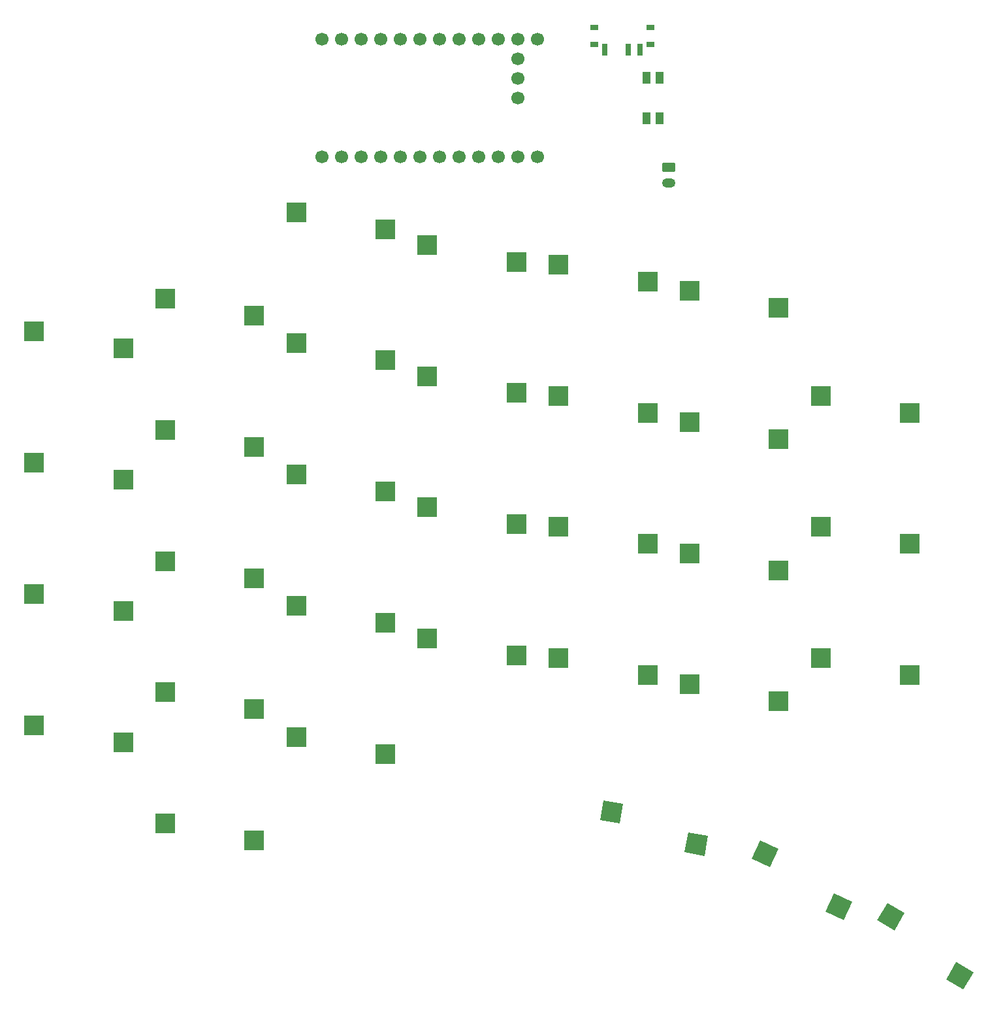
<source format=gbl>
G04 #@! TF.GenerationSoftware,KiCad,Pcbnew,8.0.8+1*
G04 #@! TF.CreationDate,2025-08-10T15:44:02+00:00*
G04 #@! TF.ProjectId,left_pcb,6c656674-5f70-4636-922e-6b696361645f,v0.2*
G04 #@! TF.SameCoordinates,Original*
G04 #@! TF.FileFunction,Copper,L2,Bot*
G04 #@! TF.FilePolarity,Positive*
%FSLAX46Y46*%
G04 Gerber Fmt 4.6, Leading zero omitted, Abs format (unit mm)*
G04 Created by KiCad (PCBNEW 8.0.8+1) date 2025-08-10 15:44:02*
%MOMM*%
%LPD*%
G01*
G04 APERTURE LIST*
G04 #@! TA.AperFunction,ComponentPad*
%ADD10C,1.700000*%
G04 #@! TD*
G04 #@! TA.AperFunction,ComponentPad*
%ADD11O,1.750000X1.200000*%
G04 #@! TD*
G04 #@! TA.AperFunction,SMDPad,CuDef*
%ADD12R,2.600000X2.600000*%
G04 #@! TD*
G04 #@! TA.AperFunction,SMDPad,CuDef*
%ADD13R,1.000000X0.800000*%
G04 #@! TD*
G04 #@! TA.AperFunction,SMDPad,CuDef*
%ADD14R,0.700000X1.500000*%
G04 #@! TD*
G04 #@! TA.AperFunction,SMDPad,CuDef*
%ADD15R,1.000000X1.550000*%
G04 #@! TD*
G04 APERTURE END LIST*
D10*
X69050000Y-38150000D03*
X71590000Y-38150000D03*
X74130000Y-38150000D03*
X76670000Y-38150000D03*
X79210000Y-38150000D03*
X81750000Y-38150000D03*
X84290000Y-38150000D03*
X86830000Y-38150000D03*
X89370000Y-38150000D03*
X91910000Y-38150000D03*
X94450000Y-38150000D03*
X96990000Y-38150000D03*
X96990000Y-53390000D03*
X94450000Y-53390000D03*
X91910000Y-53390000D03*
X89370000Y-53390000D03*
X86830000Y-53390000D03*
X84290000Y-53390000D03*
X81750000Y-53390000D03*
X79210000Y-53390000D03*
X76670000Y-53390000D03*
X74130000Y-53390000D03*
X71590000Y-53390000D03*
X69050000Y-53390000D03*
X94450000Y-40690000D03*
X94450000Y-43230000D03*
X94450000Y-45770000D03*
G04 #@! TA.AperFunction,ComponentPad*
G36*
G01*
X113365000Y-54170000D02*
X114635000Y-54170000D01*
G75*
G02*
X114875000Y-54410000I0J-240000D01*
G01*
X114875000Y-55130000D01*
G75*
G02*
X114635000Y-55370000I-240000J0D01*
G01*
X113365000Y-55370000D01*
G75*
G02*
X113125000Y-55130000I0J240000D01*
G01*
X113125000Y-54410000D01*
G75*
G02*
X113365000Y-54170000I240000J0D01*
G01*
G37*
G04 #@! TD.AperFunction*
D11*
X114000000Y-56770000D03*
D12*
X82725000Y-64830000D03*
X94275000Y-67030000D03*
X65725000Y-77580000D03*
X77275000Y-79780000D03*
G04 #@! TA.AperFunction,SMDPad,CuDef*
G36*
X141056239Y-152335652D02*
G01*
X142356239Y-150083986D01*
X144607905Y-151383986D01*
X143307905Y-153635652D01*
X141056239Y-152335652D01*
G37*
G04 #@! TD.AperFunction*
G04 #@! TA.AperFunction,SMDPad,CuDef*
G36*
X149958832Y-160015908D02*
G01*
X151258832Y-157764242D01*
X153510498Y-159064242D01*
X152210498Y-161315908D01*
X149958832Y-160015908D01*
G37*
G04 #@! TD.AperFunction*
X116725000Y-70780000D03*
X128275000Y-72980000D03*
X65725000Y-128580000D03*
X77275000Y-130780000D03*
X48725000Y-105800000D03*
X60275000Y-108000000D03*
X99725000Y-101380000D03*
X111275000Y-103580000D03*
X116725000Y-121780000D03*
X128275000Y-123980000D03*
X133725000Y-84380000D03*
X145275000Y-86580000D03*
X133725000Y-101380000D03*
X145275000Y-103580000D03*
X48725000Y-71800000D03*
X60275000Y-74000000D03*
G04 #@! TA.AperFunction,SMDPad,CuDef*
G36*
X124789545Y-144317704D02*
G01*
X125888353Y-141961304D01*
X128244753Y-143060112D01*
X127145945Y-145416512D01*
X124789545Y-144317704D01*
G37*
G04 #@! TD.AperFunction*
G04 #@! TA.AperFunction,SMDPad,CuDef*
G36*
X134327639Y-151192822D02*
G01*
X135426447Y-148836422D01*
X137782847Y-149935230D01*
X136684039Y-152291630D01*
X134327639Y-151192822D01*
G37*
G04 #@! TD.AperFunction*
X82725000Y-98830000D03*
X94275000Y-101030000D03*
X82725000Y-115830000D03*
X94275000Y-118030000D03*
X133725000Y-118380000D03*
X145275000Y-120580000D03*
X31725000Y-110050000D03*
X43275000Y-112250000D03*
X65725000Y-111580000D03*
X77275000Y-113780000D03*
X99725000Y-84380000D03*
X111275000Y-86580000D03*
X48725000Y-139800000D03*
X60275000Y-142000000D03*
D13*
X104350000Y-38855000D03*
X111650000Y-38855000D03*
X104350000Y-36645000D03*
X111650000Y-36645000D03*
D14*
X105750000Y-39505000D03*
X108750000Y-39505000D03*
X110250000Y-39505000D03*
D12*
X99725000Y-67380000D03*
X111275000Y-69580000D03*
X65725000Y-60580000D03*
X77275000Y-62780000D03*
X31725000Y-76050000D03*
X43275000Y-78250000D03*
X31725000Y-93050000D03*
X43275000Y-95250000D03*
X116725000Y-87780000D03*
X128275000Y-89980000D03*
X65725000Y-94580000D03*
X77275000Y-96780000D03*
X48725000Y-122800000D03*
X60275000Y-125000000D03*
D15*
X112850000Y-43145000D03*
X111150000Y-43145000D03*
X112850000Y-48395000D03*
X111150000Y-48395000D03*
D12*
X48725000Y-88800000D03*
X60275000Y-91000000D03*
X82725000Y-81830000D03*
X94275000Y-84030000D03*
X99725000Y-118380000D03*
X111275000Y-120580000D03*
X31725000Y-127050000D03*
X43275000Y-129250000D03*
X116725000Y-104780000D03*
X128275000Y-106980000D03*
G04 #@! TA.AperFunction,SMDPad,CuDef*
G36*
X105081968Y-139356203D02*
G01*
X105533454Y-136795703D01*
X108093954Y-137247189D01*
X107642468Y-139807689D01*
X105081968Y-139356203D01*
G37*
G04 #@! TD.AperFunction*
G04 #@! TA.AperFunction,SMDPad,CuDef*
G36*
X116074472Y-143528417D02*
G01*
X116525958Y-140967917D01*
X119086458Y-141419403D01*
X118634972Y-143979903D01*
X116074472Y-143528417D01*
G37*
G04 #@! TD.AperFunction*
M02*

</source>
